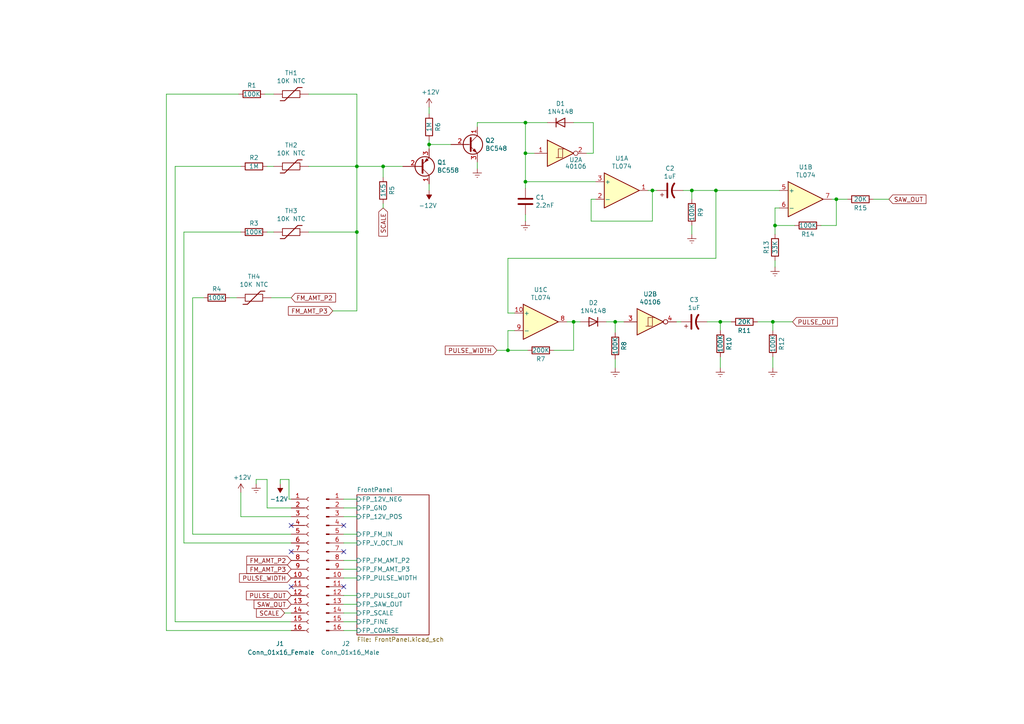
<source format=kicad_sch>
(kicad_sch (version 20211123) (generator eeschema)
  (paper "A4")
  (title_block (title "MiniOSC") (rev "1.0") (company "benjiaomodular"))
  (lib_symbols
    (symbol "4xxx:40106" (pin_names (offset 1.016))
      (property "Reference" "U" (at 0 1.27 0))
      (property "Value" "40106" (at 0 -1.27 0))
      (symbol "40106_1_0"
        (polyline (pts (xy -0.635 -1.27) (xy -0.635 1.27) (xy 0.635 1.27)))
        (polyline (pts (xy -3.81 3.81) (xy -3.81 -3.81) (xy 3.81 0) (xy -3.81 3.81)) (stroke (width 0.254)) (fill (type background)))
        (polyline (pts (xy -1.27 -1.27) (xy 0.635 -1.27) (xy 0.635 1.27) (xy 1.27 1.27)))
        (pin input line (at -7.62 0 0) (length 3.81) (name "~") (number "1"))
        (pin output inverted (at 7.62 0 180) (length 3.81) (name "~") (number "2"))
      )
      (symbol "40106_2_0"
        (polyline (pts (xy -0.635 -1.27) (xy -0.635 1.27) (xy 0.635 1.27)))
        (polyline (pts (xy -3.81 3.81) (xy -3.81 -3.81) (xy 3.81 0) (xy -3.81 3.81)) (stroke (width 0.254)) (fill (type background)))
        (polyline (pts (xy -1.27 -1.27) (xy 0.635 -1.27) (xy 0.635 1.27) (xy 1.27 1.27)))
        (pin input line (at -7.62 0 0) (length 3.81) (name "~") (number "3"))
        (pin output inverted (at 7.62 0 180) (length 3.81) (name "~") (number "4"))
      )
      (symbol "40106_3_0"
        (polyline (pts (xy -0.635 -1.27) (xy -0.635 1.27) (xy 0.635 1.27)))
        (polyline (pts (xy -3.81 3.81) (xy -3.81 -3.81) (xy 3.81 0) (xy -3.81 3.81)) (stroke (width 0.254)) (fill (type background)))
        (polyline (pts (xy -1.27 -1.27) (xy 0.635 -1.27) (xy 0.635 1.27) (xy 1.27 1.27)))
        (pin input line (at -7.62 0 0) (length 3.81) (name "~") (number "5"))
        (pin output inverted (at 7.62 0 180) (length 3.81) (name "~") (number "6"))
      )
      (symbol "40106_4_0"
        (polyline (pts (xy -0.635 -1.27) (xy -0.635 1.27) (xy 0.635 1.27)))
        (polyline (pts (xy -3.81 3.81) (xy -3.81 -3.81) (xy 3.81 0) (xy -3.81 3.81)) (stroke (width 0.254)) (fill (type background)))
        (polyline (pts (xy -1.27 -1.27) (xy 0.635 -1.27) (xy 0.635 1.27) (xy 1.27 1.27)))
        (pin output inverted (at 7.62 0 180) (length 3.81) (name "~") (number "8"))
        (pin input line (at -7.62 0 0) (length 3.81) (name "~") (number "9"))
      )
      (symbol "40106_5_0"
        (polyline (pts (xy -0.635 -1.27) (xy -0.635 1.27) (xy 0.635 1.27)))
        (polyline (pts (xy -3.81 3.81) (xy -3.81 -3.81) (xy 3.81 0) (xy -3.81 3.81)) (stroke (width 0.254)) (fill (type background)))
        (polyline (pts (xy -1.27 -1.27) (xy 0.635 -1.27) (xy 0.635 1.27) (xy 1.27 1.27)))
        (pin output inverted (at 7.62 0 180) (length 3.81) (name "~") (number "10"))
        (pin input line (at -7.62 0 0) (length 3.81) (name "~") (number "11"))
      )
      (symbol "40106_6_0"
        (polyline (pts (xy -0.635 -1.27) (xy -0.635 1.27) (xy 0.635 1.27)))
        (polyline (pts (xy -3.81 3.81) (xy -3.81 -3.81) (xy 3.81 0) (xy -3.81 3.81)) (stroke (width 0.254)) (fill (type background)))
        (polyline (pts (xy -1.27 -1.27) (xy 0.635 -1.27) (xy 0.635 1.27) (xy 1.27 1.27)))
        (pin output inverted (at 7.62 0 180) (length 3.81) (name "~") (number "12"))
        (pin input line (at -7.62 0 0) (length 3.81) (name "~") (number "13"))
      )
      (symbol "40106_7_0"
        (pin power_in line (at 0 12.7 270) (length 5.08) (name "VDD") (number "14"))
        (pin power_in line (at 0 -12.7 90) (length 5.08) (name "VSS") (number "7"))
      )
      (symbol "40106_7_1"
        (rectangle (start -5.08 7.62) (end 5.08 -7.62) (stroke (width 0.254)) (fill (type background)))
      )
    )
    (symbol "Amplifier_Operational:TL074" (pin_names (offset 0.127))
      (property "Reference" "U" (at 0 5.08 0))
      (property "Value" "TL074" (at 0 -5.08 0))
      (symbol "TL074_1_1"
        (polyline (pts (xy -5.08 5.08) (xy 5.08 0) (xy -5.08 -5.08) (xy -5.08 5.08)) (stroke (width 0.254)) (fill (type background)))
        (pin output line (at 7.62 0 180) (length 2.54) (name "~") (number "1"))
        (pin input line (at -7.62 -2.54 0) (length 2.54) (name "-") (number "2"))
        (pin input line (at -7.62 2.54 0) (length 2.54) (name "+") (number "3"))
      )
      (symbol "TL074_2_1"
        (polyline (pts (xy -5.08 5.08) (xy 5.08 0) (xy -5.08 -5.08) (xy -5.08 5.08)) (stroke (width 0.254)) (fill (type background)))
        (pin input line (at -7.62 2.54 0) (length 2.54) (name "+") (number "5"))
        (pin input line (at -7.62 -2.54 0) (length 2.54) (name "-") (number "6"))
        (pin output line (at 7.62 0 180) (length 2.54) (name "~") (number "7"))
      )
      (symbol "TL074_3_1"
        (polyline (pts (xy -5.08 5.08) (xy 5.08 0) (xy -5.08 -5.08) (xy -5.08 5.08)) (stroke (width 0.254)) (fill (type background)))
        (pin input line (at -7.62 2.54 0) (length 2.54) (name "+") (number "10"))
        (pin output line (at 7.62 0 180) (length 2.54) (name "~") (number "8"))
        (pin input line (at -7.62 -2.54 0) (length 2.54) (name "-") (number "9"))
      )
      (symbol "TL074_4_1"
        (polyline (pts (xy -5.08 5.08) (xy 5.08 0) (xy -5.08 -5.08) (xy -5.08 5.08)) (stroke (width 0.254)) (fill (type background)))
        (pin input line (at -7.62 2.54 0) (length 2.54) (name "+") (number "12"))
        (pin input line (at -7.62 -2.54 0) (length 2.54) (name "-") (number "13"))
        (pin output line (at 7.62 0 180) (length 2.54) (name "~") (number "14"))
      )
      (symbol "TL074_5_1"
        (pin power_in line (at -2.54 -7.62 90) (length 3.81) (name "V-") (number "11"))
        (pin power_in line (at -2.54 7.62 270) (length 3.81) (name "V+") (number "4"))
      )
    )
    (symbol "Connector:Conn_01x16_Female" (pin_names (offset 1.016) hide)
      (property "Reference" "J" (at 0 20.32 0))
      (property "Value" "Conn_01x16_Female" (at 0 -22.86 0))
      (symbol "Conn_01x16_Female_1_1"
        (arc (start 0 -19.812) (mid -0.508 -20.32) (end 0 -20.828) (stroke (width 0.1524)))
        (arc (start 0 -17.272) (mid -0.508 -17.78) (end 0 -18.288) (stroke (width 0.1524)))
        (arc (start 0 -14.732) (mid -0.508 -15.24) (end 0 -15.748) (stroke (width 0.1524)))
        (arc (start 0 -12.192) (mid -0.508 -12.7) (end 0 -13.208) (stroke (width 0.1524)))
        (arc (start 0 -9.652) (mid -0.508 -10.16) (end 0 -10.668) (stroke (width 0.1524)))
        (arc (start 0 -7.112) (mid -0.508 -7.62) (end 0 -8.128) (stroke (width 0.1524)))
        (arc (start 0 -4.572) (mid -0.508 -5.08) (end 0 -5.588) (stroke (width 0.1524)))
        (arc (start 0 -2.032) (mid -0.508 -2.54) (end 0 -3.048) (stroke (width 0.1524)))
        (polyline (pts (xy -1.27 -20.32) (xy -0.508 -20.32)) (stroke (width 0.1524)))
        (polyline (pts (xy -1.27 -17.78) (xy -0.508 -17.78)) (stroke (width 0.1524)))
        (polyline (pts (xy -1.27 -15.24) (xy -0.508 -15.24)) (stroke (width 0.1524)))
        (polyline (pts (xy -1.27 -12.7) (xy -0.508 -12.7)) (stroke (width 0.1524)))
        (polyline (pts (xy -1.27 -10.16) (xy -0.508 -10.16)) (stroke (width 0.1524)))
        (polyline (pts (xy -1.27 -7.62) (xy -0.508 -7.62)) (stroke (width 0.1524)))
        (polyline (pts (xy -1.27 -5.08) (xy -0.508 -5.08)) (stroke (width 0.1524)))
        (polyline (pts (xy -1.27 -2.54) (xy -0.508 -2.54)) (stroke (width 0.1524)))
        (polyline (pts (xy -1.27 0) (xy -0.508 0)) (stroke (width 0.1524)))
        (polyline (pts (xy -1.27 2.54) (xy -0.508 2.54)) (stroke (width 0.1524)))
        (polyline (pts (xy -1.27 5.08) (xy -0.508 5.08)) (stroke (width 0.1524)))
        (polyline (pts (xy -1.27 7.62) (xy -0.508 7.62)) (stroke (width 0.1524)))
        (polyline (pts (xy -1.27 10.16) (xy -0.508 10.16)) (stroke (width 0.1524)))
        (polyline (pts (xy -1.27 12.7) (xy -0.508 12.7)) (stroke (width 0.1524)))
        (polyline (pts (xy -1.27 15.24) (xy -0.508 15.24)) (stroke (width 0.1524)))
        (polyline (pts (xy -1.27 17.78) (xy -0.508 17.78)) (stroke (width 0.1524)))
        (arc (start 0 0.508) (mid -0.508 0) (end 0 -0.508) (stroke (width 0.1524)))
        (arc (start 0 3.048) (mid -0.508 2.54) (end 0 2.032) (stroke (width 0.1524)))
        (arc (start 0 5.588) (mid -0.508 5.08) (end 0 4.572) (stroke (width 0.1524)))
        (arc (start 0 8.128) (mid -0.508 7.62) (end 0 7.112) (stroke (width 0.1524)))
        (arc (start 0 10.668) (mid -0.508 10.16) (end 0 9.652) (stroke (width 0.1524)))
        (arc (start 0 13.208) (mid -0.508 12.7) (end 0 12.192) (stroke (width 0.1524)))
        (arc (start 0 15.748) (mid -0.508 15.24) (end 0 14.732) (stroke (width 0.1524)))
        (arc (start 0 18.288) (mid -0.508 17.78) (end 0 17.272) (stroke (width 0.1524)))
        (pin passive line (at -5.08 17.78 0) (length 3.81) (name "Pin_1") (number "1"))
        (pin passive line (at -5.08 -5.08 0) (length 3.81) (name "Pin_10") (number "10"))
        (pin passive line (at -5.08 -7.62 0) (length 3.81) (name "Pin_11") (number "11"))
        (pin passive line (at -5.08 -10.16 0) (length 3.81) (name "Pin_12") (number "12"))
        (pin passive line (at -5.08 -12.7 0) (length 3.81) (name "Pin_13") (number "13"))
        (pin passive line (at -5.08 -15.24 0) (length 3.81) (name "Pin_14") (number "14"))
        (pin passive line (at -5.08 -17.78 0) (length 3.81) (name "Pin_15") (number "15"))
        (pin passive line (at -5.08 -20.32 0) (length 3.81) (name "Pin_16") (number "16"))
        (pin passive line (at -5.08 15.24 0) (length 3.81) (name "Pin_2") (number "2"))
        (pin passive line (at -5.08 12.7 0) (length 3.81) (name "Pin_3") (number "3"))
        (pin passive line (at -5.08 10.16 0) (length 3.81) (name "Pin_4") (number "4"))
        (pin passive line (at -5.08 7.62 0) (length 3.81) (name "Pin_5") (number "5"))
        (pin passive line (at -5.08 5.08 0) (length 3.81) (name "Pin_6") (number "6"))
        (pin passive line (at -5.08 2.54 0) (length 3.81) (name "Pin_7") (number "7"))
        (pin passive line (at -5.08 0 0) (length 3.81) (name "Pin_8") (number "8"))
        (pin passive line (at -5.08 -2.54 0) (length 3.81) (name "Pin_9") (number "9"))
      )
    )
    (symbol "Connector:Conn_01x16_Male" (pin_names (offset 1.016) hide)
      (property "Reference" "J" (at 0 20.32 0))
      (property "Value" "Conn_01x16_Male" (at 0 -22.86 0))
      (symbol "Conn_01x16_Male_1_1"
        (polyline (pts (xy 1.27 -20.32) (xy 0.8636 -20.32)) (stroke (width 0.1524)))
        (polyline (pts (xy 1.27 -17.78) (xy 0.8636 -17.78)) (stroke (width 0.1524)))
        (polyline (pts (xy 1.27 -15.24) (xy 0.8636 -15.24)) (stroke (width 0.1524)))
        (polyline (pts (xy 1.27 -12.7) (xy 0.8636 -12.7)) (stroke (width 0.1524)))
        (polyline (pts (xy 1.27 -10.16) (xy 0.8636 -10.16)) (stroke (width 0.1524)))
        (polyline (pts (xy 1.27 -7.62) (xy 0.8636 -7.62)) (stroke (width 0.1524)))
        (polyline (pts (xy 1.27 -5.08) (xy 0.8636 -5.08)) (stroke (width 0.1524)))
        (polyline (pts (xy 1.27 -2.54) (xy 0.8636 -2.54)) (stroke (width 0.1524)))
        (polyline (pts (xy 1.27 0) (xy 0.8636 0)) (stroke (width 0.1524)))
        (polyline (pts (xy 1.27 2.54) (xy 0.8636 2.54)) (stroke (width 0.1524)))
        (polyline (pts (xy 1.27 5.08) (xy 0.8636 5.08)) (stroke (width 0.1524)))
        (polyline (pts (xy 1.27 7.62) (xy 0.8636 7.62)) (stroke (width 0.1524)))
        (polyline (pts (xy 1.27 10.16) (xy 0.8636 10.16)) (stroke (width 0.1524)))
        (polyline (pts (xy 1.27 12.7) (xy 0.8636 12.7)) (stroke (width 0.1524)))
        (polyline (pts (xy 1.27 15.24) (xy 0.8636 15.24)) (stroke (width 0.1524)))
        (polyline (pts (xy 1.27 17.78) (xy 0.8636 17.78)) (stroke (width 0.1524)))
        (rectangle (start 0.8636 -20.193) (end 0 -20.447) (stroke (width 0.1524)) (fill (type outline)))
        (rectangle (start 0.8636 -17.653) (end 0 -17.907) (stroke (width 0.1524)) (fill (type outline)))
        (rectangle (start 0.8636 -15.113) (end 0 -15.367) (stroke (width 0.1524)) (fill (type outline)))
        (rectangle (start 0.8636 -12.573) (end 0 -12.827) (stroke (width 0.1524)) (fill (type outline)))
        (rectangle (start 0.8636 -10.033) (end 0 -10.287) (stroke (width 0.1524)) (fill (type outline)))
        (rectangle (start 0.8636 -7.493) (end 0 -7.747) (stroke (width 0.1524)) (fill (type outline)))
        (rectangle (start 0.8636 -4.953) (end 0 -5.207) (stroke (width 0.1524)) (fill (type outline)))
        (rectangle (start 0.8636 -2.413) (end 0 -2.667) (stroke (width 0.1524)) (fill (type outline)))
        (rectangle (start 0.8636 0.127) (end 0 -0.127) (stroke (width 0.1524)) (fill (type outline)))
        (rectangle (start 0.8636 2.667) (end 0 2.413) (stroke (width 0.1524)) (fill (type outline)))
        (rectangle (start 0.8636 5.207) (end 0 4.953) (stroke (width 0.1524)) (fill (type outline)))
        (rectangle (start 0.8636 7.747) (end 0 7.493) (stroke (width 0.1524)) (fill (type outline)))
        (rectangle (start 0.8636 10.287) (end 0 10.033) (stroke (width 0.1524)) (fill (type outline)))
        (rectangle (start 0.8636 12.827) (end 0 12.573) (stroke (width 0.1524)) (fill (type outline)))
        (rectangle (start 0.8636 15.367) (end 0 15.113) (stroke (width 0.1524)) (fill (type outline)))
        (rectangle (start 0.8636 17.907) (end 0 17.653) (stroke (width 0.1524)) (fill (type outline)))
        (pin passive line (at 5.08 17.78 180) (length 3.81) (name "Pin_1") (number "1"))
        (pin passive line (at 5.08 -5.08 180) (length 3.81) (name "Pin_10") (number "10"))
        (pin passive line (at 5.08 -7.62 180) (length 3.81) (name "Pin_11") (number "11"))
        (pin passive line (at 5.08 -10.16 180) (length 3.81) (name "Pin_12") (number "12"))
        (pin passive line (at 5.08 -12.7 180) (length 3.81) (name "Pin_13") (number "13"))
        (pin passive line (at 5.08 -15.24 180) (length 3.81) (name "Pin_14") (number "14"))
        (pin passive line (at 5.08 -17.78 180) (length 3.81) (name "Pin_15") (number "15"))
        (pin passive line (at 5.08 -20.32 180) (length 3.81) (name "Pin_16") (number "16"))
        (pin passive line (at 5.08 15.24 180) (length 3.81) (name "Pin_2") (number "2"))
        (pin passive line (at 5.08 12.7 180) (length 3.81) (name "Pin_3") (number "3"))
        (pin passive line (at 5.08 10.16 180) (length 3.81) (name "Pin_4") (number "4"))
        (pin passive line (at 5.08 7.62 180) (length 3.81) (name "Pin_5") (number "5"))
        (pin passive line (at 5.08 5.08 180) (length 3.81) (name "Pin_6") (number "6"))
        (pin passive line (at 5.08 2.54 180) (length 3.81) (name "Pin_7") (number "7"))
        (pin passive line (at 5.08 0 180) (length 3.81) (name "Pin_8") (number "8"))
        (pin passive line (at 5.08 -2.54 180) (length 3.81) (name "Pin_9") (number "9"))
      )
    )
    (symbol "Device:C" (pin_numbers hide) (pin_names (offset 0.254))
      (property "Reference" "C" (at 0.635 2.54 0))
      (property "Value" "C" (at 0.635 -2.54 0))
      (symbol "C_0_1"
        (polyline (pts (xy -2.032 -0.762) (xy 2.032 -0.762)) (stroke (width 0.508)))
        (polyline (pts (xy -2.032 0.762) (xy 2.032 0.762)) (stroke (width 0.508)))
      )
      (symbol "C_1_1"
        (pin passive line (at 0 3.81 270) (length 2.794) (name "~") (number "1"))
        (pin passive line (at 0 -3.81 90) (length 2.794) (name "~") (number "2"))
      )
    )
    (symbol "Device:R" (pin_numbers hide) (pin_names (offset 0))
      (property "Reference" "R" (at 2.032 0 90))
      (property "Value" "R" (at 0 0 90))
      (symbol "R_0_1"
        (rectangle (start -1.016 -2.54) (end 1.016 2.54) (stroke (width 0.254)))
      )
      (symbol "R_1_1"
        (pin passive line (at 0 3.81 270) (length 1.27) (name "~") (number "1"))
        (pin passive line (at 0 -3.81 90) (length 1.27) (name "~") (number "2"))
      )
    )
    (symbol "Device:Thermistor" (pin_numbers hide) (pin_names (offset 0))
      (property "Reference" "TH" (at 2.54 1.27 90))
      (property "Value" "Thermistor" (at -2.54 0 90))
      (symbol "Thermistor_0_1"
        (rectangle (start -1.016 2.54) (end 1.016 -2.54) (stroke (width 0.2032)))
        (polyline (pts (xy -1.905 3.175) (xy -1.905 1.905) (xy 1.905 -1.905) (xy 1.905 -3.175) (xy 1.905 -3.175)) (stroke (width 0.254)))
      )
      (symbol "Thermistor_1_1"
        (pin passive line (at 0 5.08 270) (length 2.54) (name "~") (number "1"))
        (pin passive line (at 0 -5.08 90) (length 2.54) (name "~") (number "2"))
      )
    )
    (symbol "Diode:1N4148" (pin_numbers hide) (pin_names hide)
      (property "Reference" "D" (at 0 2.54 0))
      (property "Value" "1N4148" (at 0 -2.54 0))
      (symbol "1N4148_0_1"
        (polyline (pts (xy -1.27 1.27) (xy -1.27 -1.27)) (stroke (width 0.254)))
        (polyline (pts (xy 1.27 0) (xy -1.27 0)))
        (polyline (pts (xy 1.27 1.27) (xy 1.27 -1.27) (xy -1.27 0) (xy 1.27 1.27)) (stroke (width 0.254)))
      )
      (symbol "1N4148_1_1"
        (pin passive line (at -3.81 0 0) (length 2.54) (name "K") (number "1"))
        (pin passive line (at 3.81 0 180) (length 2.54) (name "A") (number "2"))
      )
    )
    (symbol "MiniOSC-rescue:CP1-Device" (pin_numbers hide) (pin_names (offset 0.254) hide)
      (property "Reference" "C" (at 0.635 2.54 0))
      (property "Value" "CP1-Device" (at 0.635 -2.54 0))
      (symbol "CP1-Device_0_1"
        (polyline (pts (xy -2.032 0.762) (xy 2.032 0.762)) (stroke (width 0.508)))
        (polyline (pts (xy -1.778 2.286) (xy -0.762 2.286)))
        (polyline (pts (xy -1.27 1.778) (xy -1.27 2.794)))
        (arc (start 2.032 -1.27) (mid 0 -0.5572) (end -2.032 -1.27) (stroke (width 0.508)))
      )
      (symbol "CP1-Device_1_1"
        (pin passive line (at 0 3.81 270) (length 2.794) (name "~") (number "1"))
        (pin passive line (at 0 -3.81 90) (length 3.302) (name "~") (number "2"))
      )
    )
    (symbol "Transistor_BJT:BC548" (pin_names (offset 0) hide)
      (property "Reference" "Q" (at 5.08 1.905 0))
      (property "Value" "BC548" (at 5.08 0 0))
      (symbol "BC548_0_1"
        (polyline (pts (xy 0 0) (xy 0.635 0)))
        (polyline (pts (xy 0.635 0.635) (xy 2.54 2.54)))
        (polyline (pts (xy 0.635 -0.635) (xy 2.54 -2.54) (xy 2.54 -2.54)))
        (polyline (pts (xy 0.635 1.905) (xy 0.635 -1.905) (xy 0.635 -1.905)) (stroke (width 0.508)))
        (polyline (pts (xy 1.27 -1.778) (xy 1.778 -1.27) (xy 2.286 -2.286) (xy 1.27 -1.778) (xy 1.27 -1.778)) (fill (type outline)))
        (circle (center 1.27 0) (radius 2.8194) (stroke (width 0.254)))
      )
      (symbol "BC548_1_1"
        (pin passive line (at 2.54 5.08 270) (length 2.54) (name "C") (number "1"))
        (pin input line (at -5.08 0 0) (length 5.08) (name "B") (number "2"))
        (pin passive line (at 2.54 -5.08 90) (length 2.54) (name "E") (number "3"))
      )
    )
    (symbol "Transistor_BJT:BC558" (pin_names (offset 0) hide)
      (property "Reference" "Q" (at 5.08 1.905 0))
      (property "Value" "BC558" (at 5.08 0 0))
      (symbol "BC558_0_1"
        (polyline (pts (xy 0.635 0.635) (xy 2.54 2.54)))
        (polyline (pts (xy 0.635 -0.635) (xy 2.54 -2.54) (xy 2.54 -2.54)))
        (polyline (pts (xy 0.635 1.905) (xy 0.635 -1.905) (xy 0.635 -1.905)) (stroke (width 0.508)))
        (polyline (pts (xy 2.286 -1.778) (xy 1.778 -2.286) (xy 1.27 -1.27) (xy 2.286 -1.778) (xy 2.286 -1.778)) (fill (type outline)))
        (circle (center 1.27 0) (radius 2.8194) (stroke (width 0.254)))
      )
      (symbol "BC558_1_1"
        (pin passive line (at 2.54 5.08 270) (length 2.54) (name "C") (number "1"))
        (pin input line (at -5.08 0 0) (length 5.715) (name "B") (number "2"))
        (pin passive line (at 2.54 -5.08 90) (length 2.54) (name "E") (number "3"))
      )
    )
    (symbol "power:+12V" (power) (pin_names (offset 0))
      (property "Value" "+12V" (at 0 3.556 0))
      (symbol "+12V_0_1"
        (polyline (pts (xy -0.762 1.27) (xy 0 2.54)))
        (polyline (pts (xy 0 0) (xy 0 2.54)))
        (polyline (pts (xy 0 2.54) (xy 0.762 1.27)))
      )
      (symbol "+12V_1_1"
        (pin power_in line (at 0 0 90) (length 0) hide (name "+12V") (number "1"))
      )
    )
    (symbol "power:-12V" (power) (pin_names (offset 0))
      (property "Value" "-12V" (at 0 3.81 0))
      (symbol "-12V_0_0"
        (pin power_in line (at 0 0 90) (length 0) hide (name "-12V") (number "1"))
      )
      (symbol "-12V_0_1"
        (polyline (pts (xy 0 0) (xy 0 1.27) (xy 0.762 1.27) (xy 0 2.54) (xy -0.762 1.27) (xy 0 1.27)) (fill (type outline)))
      )
    )
    (symbol "power:Earth" (power) (pin_names (offset 0))
      (symbol "Earth_0_1"
        (polyline (pts (xy -0.635 -1.905) (xy 0.635 -1.905)))
        (polyline (pts (xy -0.127 -2.54) (xy 0.127 -2.54)))
        (polyline (pts (xy 0 -1.27) (xy 0 0)))
        (polyline (pts (xy 1.27 -1.27) (xy -1.27 -1.27)))
      )
      (symbol "Earth_1_1"
        (pin power_in line (at 0 0 270) (length 0) hide (name "Earth") (number "1"))
      )
    )
  )
  (junction (at 124.46 41.91))
  (junction (at 207.645 55.245))
  (junction (at 103.505 48.26))
  (junction (at 166.37 93.345))
  (junction (at 111.125 48.26))
  (junction (at 178.435 93.345))
  (junction (at 152.4 35.56))
  (junction (at 208.915 93.345))
  (junction (at 152.4 44.45))
  (junction (at 152.4 52.705))
  (junction (at 103.505 67.31))
  (junction (at 200.66 55.245))
  (junction (at 147.32 101.6))
  (junction (at 189.23 55.245))
  (junction (at 242.57 57.785))
  (junction (at 224.79 65.405))
  (junction (at 224.155 93.345))
  (no_connect (at 84.455 160.02))
  (no_connect (at 84.455 152.4))
  (no_connect (at 99.695 152.4))
  (no_connect (at 99.695 170.18))
  (no_connect (at 84.455 170.18))
  (no_connect (at 99.695 160.02))
  (wire (pts (xy 78.74 86.36) (xy 84.455 86.36)))
  (wire (pts (xy 190.5 55.245) (xy 189.23 55.245)))
  (wire (pts (xy 111.125 48.26) (xy 116.84 48.26)))
  (wire (pts (xy 158.75 35.56) (xy 152.4 35.56)))
  (wire (pts (xy 241.3 57.785) (xy 242.57 57.785)))
  (wire (pts (xy 138.43 46.99) (xy 138.43 48.895)))
  (wire (pts (xy 53.34 67.31) (xy 53.34 157.48)))
  (wire (pts (xy 152.4 44.45) (xy 152.4 52.705)))
  (wire (pts (xy 224.155 95.885) (xy 224.155 93.345)))
  (wire (pts (xy 66.675 86.36) (xy 68.58 86.36)))
  (wire (pts (xy 152.4 35.56) (xy 152.4 44.45)))
  (wire (pts (xy 147.32 90.805) (xy 149.225 90.805)))
  (wire (pts (xy 84.455 180.34) (xy 50.8 180.34)))
  (wire (pts (xy 166.37 93.345) (xy 166.37 101.6)))
  (wire (pts (xy 96.52 90.17) (xy 103.505 90.17)))
  (wire (pts (xy 69.85 142.875) (xy 69.85 149.86)))
  (wire (pts (xy 48.26 182.88) (xy 84.455 182.88)))
  (wire (pts (xy 111.125 59.055) (xy 111.125 60.325)))
  (wire (pts (xy 53.34 157.48) (xy 84.455 157.48)))
  (wire (pts (xy 89.535 67.31) (xy 103.505 67.31)))
  (wire (pts (xy 147.32 95.885) (xy 149.225 95.885)))
  (wire (pts (xy 99.695 144.78) (xy 103.505 144.78)))
  (wire (pts (xy 224.155 103.505) (xy 224.155 106.68)))
  (wire (pts (xy 103.505 177.8) (xy 99.695 177.8)))
  (wire (pts (xy 111.125 48.26) (xy 111.125 51.435)))
  (wire (pts (xy 89.535 27.305) (xy 103.505 27.305)))
  (wire (pts (xy 99.695 147.32) (xy 103.505 147.32)))
  (wire (pts (xy 77.47 139.065) (xy 74.295 139.065)))
  (wire (pts (xy 55.88 154.94) (xy 84.455 154.94)))
  (wire (pts (xy 99.695 162.56) (xy 103.505 162.56)))
  (wire (pts (xy 103.505 175.26) (xy 99.695 175.26)))
  (wire (pts (xy 224.155 93.345) (xy 229.87 93.345)))
  (wire (pts (xy 103.505 182.88) (xy 99.695 182.88)))
  (wire (pts (xy 242.57 65.405) (xy 238.125 65.405)))
  (wire (pts (xy 147.32 74.93) (xy 147.32 90.805)))
  (wire (pts (xy 103.505 149.86) (xy 99.695 149.86)))
  (wire (pts (xy 208.915 103.505) (xy 208.915 106.68)))
  (wire (pts (xy 74.295 139.065) (xy 74.295 140.335)))
  (wire (pts (xy 153.035 101.6) (xy 147.32 101.6)))
  (wire (pts (xy 124.46 41.91) (xy 130.81 41.91)))
  (wire (pts (xy 89.535 48.26) (xy 103.505 48.26)))
  (wire (pts (xy 175.895 93.345) (xy 178.435 93.345)))
  (wire (pts (xy 200.66 65.405) (xy 200.66 67.945)))
  (wire (pts (xy 83.82 139.065) (xy 81.28 139.065)))
  (wire (pts (xy 208.915 93.345) (xy 212.09 93.345)))
  (wire (pts (xy 253.365 57.785) (xy 257.81 57.785)))
  (wire (pts (xy 198.12 55.245) (xy 200.66 55.245)))
  (wire (pts (xy 138.43 35.56) (xy 138.43 36.83)))
  (wire (pts (xy 226.06 60.325) (xy 224.79 60.325)))
  (wire (pts (xy 50.8 48.26) (xy 69.85 48.26)))
  (wire (pts (xy 230.505 65.405) (xy 224.79 65.405)))
  (wire (pts (xy 99.695 180.34) (xy 103.505 180.34)))
  (wire (pts (xy 200.66 55.245) (xy 200.66 57.785)))
  (wire (pts (xy 77.47 147.32) (xy 77.47 139.065)))
  (wire (pts (xy 99.695 172.72) (xy 103.505 172.72)))
  (wire (pts (xy 124.46 40.64) (xy 124.46 41.91)))
  (wire (pts (xy 207.645 74.93) (xy 147.32 74.93)))
  (wire (pts (xy 124.46 41.91) (xy 124.46 43.18)))
  (wire (pts (xy 172.72 52.705) (xy 152.4 52.705)))
  (wire (pts (xy 152.4 52.705) (xy 152.4 54.61)))
  (wire (pts (xy 205.105 93.345) (xy 208.915 93.345)))
  (wire (pts (xy 103.505 27.305) (xy 103.505 48.26)))
  (wire (pts (xy 178.435 93.345) (xy 178.435 96.52)))
  (wire (pts (xy 242.57 57.785) (xy 245.745 57.785)))
  (wire (pts (xy 207.645 55.245) (xy 207.645 74.93)))
  (wire (pts (xy 69.85 149.86) (xy 84.455 149.86)))
  (wire (pts (xy 124.46 53.34) (xy 124.46 55.245)))
  (wire (pts (xy 82.55 177.8) (xy 84.455 177.8)))
  (wire (pts (xy 69.215 27.305) (xy 48.26 27.305)))
  (wire (pts (xy 164.465 93.345) (xy 166.37 93.345)))
  (wire (pts (xy 77.47 67.31) (xy 79.375 67.31)))
  (wire (pts (xy 178.435 104.14) (xy 178.435 106.68)))
  (wire (pts (xy 172.085 44.45) (xy 170.18 44.45)))
  (wire (pts (xy 200.66 55.245) (xy 207.645 55.245)))
  (wire (pts (xy 81.28 139.065) (xy 81.28 140.335)))
  (wire (pts (xy 242.57 57.785) (xy 242.57 65.405)))
  (wire (pts (xy 197.485 93.345) (xy 196.215 93.345)))
  (wire (pts (xy 152.4 62.23) (xy 152.4 64.135)))
  (wire (pts (xy 83.82 144.78) (xy 83.82 139.065)))
  (wire (pts (xy 84.455 144.78) (xy 83.82 144.78)))
  (wire (pts (xy 224.79 75.565) (xy 224.79 77.47)))
  (wire (pts (xy 144.145 101.6) (xy 147.32 101.6)))
  (wire (pts (xy 103.505 67.31) (xy 103.505 90.17)))
  (wire (pts (xy 189.23 55.245) (xy 187.96 55.245)))
  (wire (pts (xy 152.4 35.56) (xy 138.43 35.56)))
  (wire (pts (xy 59.055 86.36) (xy 55.88 86.36)))
  (wire (pts (xy 124.46 31.115) (xy 124.46 33.02)))
  (wire (pts (xy 99.695 157.48) (xy 103.505 157.48)))
  (wire (pts (xy 69.85 67.31) (xy 53.34 67.31)))
  (wire (pts (xy 147.32 101.6) (xy 147.32 95.885)))
  (wire (pts (xy 48.26 27.305) (xy 48.26 182.88)))
  (wire (pts (xy 171.45 57.785) (xy 171.45 64.135)))
  (wire (pts (xy 152.4 44.45) (xy 154.94 44.45)))
  (wire (pts (xy 166.37 93.345) (xy 168.275 93.345)))
  (wire (pts (xy 166.37 101.6) (xy 160.655 101.6)))
  (wire (pts (xy 103.505 48.26) (xy 103.505 67.31)))
  (wire (pts (xy 224.79 65.405) (xy 224.79 67.945)))
  (wire (pts (xy 99.695 167.64) (xy 103.505 167.64)))
  (wire (pts (xy 84.455 147.32) (xy 77.47 147.32)))
  (wire (pts (xy 55.88 86.36) (xy 55.88 154.94)))
  (wire (pts (xy 50.8 180.34) (xy 50.8 48.26)))
  (wire (pts (xy 103.505 165.1) (xy 99.695 165.1)))
  (wire (pts (xy 166.37 35.56) (xy 172.085 35.56)))
  (wire (pts (xy 172.085 35.56) (xy 172.085 44.45)))
  (wire (pts (xy 172.72 57.785) (xy 171.45 57.785)))
  (wire (pts (xy 207.645 55.245) (xy 226.06 55.245)))
  (wire (pts (xy 178.435 93.345) (xy 180.975 93.345)))
  (wire (pts (xy 77.47 48.26) (xy 79.375 48.26)))
  (wire (pts (xy 219.71 93.345) (xy 224.155 93.345)))
  (wire (pts (xy 79.375 27.305) (xy 76.835 27.305)))
  (wire (pts (xy 189.23 64.135) (xy 189.23 55.245)))
  (wire (pts (xy 171.45 64.135) (xy 189.23 64.135)))
  (wire (pts (xy 103.505 48.26) (xy 111.125 48.26)))
  (wire (pts (xy 99.695 154.94) (xy 103.505 154.94)))
  (wire (pts (xy 208.915 93.345) (xy 208.915 95.885)))
  (wire (pts (xy 224.79 60.325) (xy 224.79 65.405)))
  (global_label "SAW_OUT" (shape input) (at 257.81 57.785 0) (property "Intersheet References" "${INTERSHEET_REFS}" (effects hide)))
  (global_label "PULSE_WIDTH" (shape input) (at 144.145 101.6 180) (property "Intersheet References" "${INTERSHEET_REFS}" (effects hide)))
  (global_label "SAW_OUT" (shape input) (at 84.455 175.26 180) (property "Intersheet References" "${INTERSHEET_REFS}" (effects hide)))
  (global_label "PULSE_OUT" (shape input) (at 229.87 93.345 0) (property "Intersheet References" "${INTERSHEET_REFS}" (effects hide)))
  (global_label "SCALE" (shape input) (at 111.125 60.325 270) (property "Intersheet References" "${INTERSHEET_REFS}" (effects hide)))
  (global_label "FM_AMT_P3" (shape input) (at 96.52 90.17 180) (property "Intersheet References" "${INTERSHEET_REFS}" (effects hide)))
  (global_label "PULSE_WIDTH" (shape input) (at 84.455 167.64 180) (property "Intersheet References" "${INTERSHEET_REFS}" (effects hide)))
  (global_label "FM_AMT_P2" (shape input) (at 84.455 162.56 180) (property "Intersheet References" "${INTERSHEET_REFS}" (effects hide)))
  (global_label "PULSE_OUT" (shape input) (at 84.455 172.72 180) (property "Intersheet References" "${INTERSHEET_REFS}" (effects hide)))
  (global_label "FM_AMT_P2" (shape input) (at 84.455 86.36 0) (property "Intersheet References" "${INTERSHEET_REFS}" (effects hide)))
  (global_label "FM_AMT_P3" (shape input) (at 84.455 165.1 180) (property "Intersheet References" "${INTERSHEET_REFS}" (effects hide)))
  (global_label "SCALE" (shape input) (at 82.55 177.8 180) (property "Intersheet References" "${INTERSHEET_REFS}" (effects hide)))
  (symbol (lib_id "Device:R") (at 73.025 27.305 270) (unit 1)
    (property "Reference" "R1" (at 73.025 24.765 90))
    (property "Value" "100K" (at 73.025 27.305 90))
    (property "Footprint" "Resistor_THT:R_Axial_DIN0207_L6.3mm_D2.5mm_P7.62mm_Horizontal" (effects hide))
  )
  (symbol (lib_id "Device:R") (at 73.66 48.26 270) (unit 1)
    (property "Reference" "R2" (at 73.66 45.72 90))
    (property "Value" "1M" (at 73.66 48.26 90))
    (property "Footprint" "Resistor_THT:R_Axial_DIN0207_L6.3mm_D2.5mm_P7.62mm_Horizontal" (effects hide))
  )
  (symbol (lib_id "Device:R") (at 73.66 67.31 270) (unit 1)
    (property "Reference" "R3" (at 73.66 64.77 90))
    (property "Value" "100K" (at 73.66 67.31 90))
    (property "Footprint" "Resistor_THT:R_Axial_DIN0207_L6.3mm_D2.5mm_P7.62mm_Horizontal" (effects hide))
  )
  (symbol (lib_id "Device:R") (at 62.865 86.36 270) (unit 1)
    (property "Reference" "R4" (at 62.865 83.82 90))
    (property "Value" "100K" (at 62.865 86.36 90))
    (property "Footprint" "Resistor_THT:R_Axial_DIN0207_L6.3mm_D2.5mm_P7.62mm_Horizontal" (effects hide))
  )
  (symbol (lib_id "Device:Thermistor") (at 73.66 86.36 270) (unit 1)
    (property "Reference" "TH4" (at 73.66 80.2132 90))
    (property "Value" "10K NTC" (at 73.66 82.5246 90))
    (property "Footprint" "Capacitor_THT:C_Disc_D3.8mm_W2.6mm_P2.50mm" (effects hide))
  )
  (symbol (lib_id "Device:Thermistor") (at 84.455 67.31 270) (unit 1)
    (property "Reference" "TH3" (at 84.455 61.1632 90))
    (property "Value" "10K NTC" (at 84.455 63.4746 90))
    (property "Footprint" "Capacitor_THT:C_Disc_D3.8mm_W2.6mm_P2.50mm" (effects hide))
  )
  (symbol (lib_id "Device:Thermistor") (at 84.455 48.26 270) (unit 1)
    (property "Reference" "TH2" (at 84.455 42.1132 90))
    (property "Value" "10K NTC" (at 84.455 44.4246 90))
    (property "Footprint" "Capacitor_THT:C_Disc_D3.8mm_W2.6mm_P2.50mm" (effects hide))
  )
  (symbol (lib_id "Device:Thermistor") (at 84.455 27.305 270) (unit 1)
    (property "Reference" "TH1" (at 84.455 21.1582 90))
    (property "Value" "10K NTC" (at 84.455 23.4696 90))
    (property "Footprint" "Capacitor_THT:C_Disc_D3.8mm_W2.6mm_P2.50mm" (effects hide))
  )
  (symbol (lib_id "Device:R") (at 111.125 55.245 180) (unit 1)
    (property "Reference" "R5" (at 113.665 55.245 90))
    (property "Value" "1K5" (at 111.125 55.245 90))
    (property "Footprint" "Resistor_THT:R_Axial_DIN0207_L6.3mm_D2.5mm_P7.62mm_Horizontal" (effects hide))
  )
  (symbol (lib_id "Transistor_BJT:BC558") (at 121.92 48.26 0) (mirror x) (unit 1)
    (property "Reference" "Q1" (at 126.7714 47.0916 0) (effects (justify left)))
    (property "Value" "BC558" (at 126.7714 49.403 0) (effects (justify left)))
    (property "Footprint" "Package_TO_SOT_THT:TO-92_Inline" (effects hide))
    (property "Datasheet" "https://www.onsemi.com/pub/Collateral/BC556BTA-D.pdf" (effects hide))
  )
  (symbol (lib_id "Transistor_BJT:BC548") (at 135.89 41.91 0) (unit 1)
    (property "Reference" "Q2" (at 140.7414 40.7416 0) (effects (justify left)))
    (property "Value" "BC548" (at 140.7414 43.053 0) (effects (justify left)))
    (property "Footprint" "Package_TO_SOT_THT:TO-92_Inline" (effects hide))
    (property "Datasheet" "https://www.onsemi.com/pub/Collateral/BC550-D.pdf" (effects hide))
  )
  (symbol (lib_id "power:-12V") (at 124.46 55.245 180) (unit 1)
    (property "Reference" "#PWR05" (effects hide))
    (property "Value" "-12V" (at 124.079 59.6392 0))
  )
  (symbol (lib_id "power:+12V") (at 124.46 31.115 0) (unit 1)
    (property "Reference" "#PWR04" (effects hide))
    (property "Value" "+12V" (at 124.841 26.7208 0))
  )
  (symbol (lib_id "Device:R") (at 124.46 36.83 180) (unit 1)
    (property "Reference" "R6" (at 127 36.83 90))
    (property "Value" "1M" (at 124.46 36.83 90))
    (property "Footprint" "Resistor_THT:R_Axial_DIN0207_L6.3mm_D2.5mm_P7.62mm_Horizontal" (effects hide))
  )
  (symbol (lib_id "power:Earth") (at 138.43 48.895 0) (unit 1)
    (property "Reference" "#PWR06" (effects hide))
    (property "Value" "Earth" (effects hide))
  )
  (symbol (lib_id "4xxx:40106") (at 162.56 44.45 0) (unit 1)
    (property "Reference" "U2" (at 167.005 46.355 0))
    (property "Value" "40106" (at 167.005 48.26 0))
    (property "Footprint" "Package_DIP:DIP-14_W7.62mm_Socket" (effects hide))
    (property "Datasheet" "https://assets.nexperia.com/documents/data-sheet/HEF40106B.pdf" (effects hide))
  )
  (symbol (lib_id "4xxx:40106") (at 188.595 93.345 0) (unit 2)
    (property "Reference" "U2" (at 188.595 85.2932 0))
    (property "Value" "40106" (at 188.595 87.6046 0))
    (property "Footprint" "Package_DIP:DIP-14_W7.62mm_Socket" (effects hide))
    (property "Datasheet" "https://assets.nexperia.com/documents/data-sheet/HEF40106B.pdf" (effects hide))
  )
  (symbol (lib_id "Diode:1N4148") (at 162.56 35.56 0) (unit 1)
    (property "Reference" "D1" (at 162.56 30.0482 0))
    (property "Value" "1N4148" (at 162.56 32.3596 0))
    (property "Footprint" "Diode_THT:D_DO-35_SOD27_P7.62mm_Horizontal" (effects hide))
    (property "Datasheet" "https://assets.nexperia.com/documents/data-sheet/1N4148_1N4448.pdf" (effects hide))
  )
  (symbol (lib_id "Device:C") (at 152.4 58.42 0) (unit 1)
    (property "Reference" "C1" (at 155.321 57.2516 0) (effects (justify left)))
    (property "Value" "2.2nF" (at 155.321 59.563 0) (effects (justify left)))
    (property "Footprint" "Capacitor_THT:C_Rect_L7.2mm_W2.5mm_P5.00mm_FKS2_FKP2_MKS2_MKP2" (effects hide))
  )
  (symbol (lib_id "power:Earth") (at 152.4 64.135 0) (unit 1)
    (property "Reference" "#PWR08" (effects hide))
    (property "Value" "Earth" (effects hide))
  )
  (symbol (lib_id "Connector:Conn_01x16_Female") (at 89.535 162.56 0) (unit 1)
    (property "Reference" "J1" (at 80.01 186.69 0) (effects (justify left)))
    (property "Value" "Conn_01x16_Female" (at 71.755 189.23 0) (effects (justify left)))
    (property "Footprint" "Connector_PinHeader_2.54mm:PinHeader_1x16_P2.54mm_Vertical" (effects hide))
  )
  (symbol (lib_id "Connector:Conn_01x16_Male") (at 94.615 162.56 0) (unit 1)
    (property "Reference" "J2" (at 100.33 186.69 0))
    (property "Value" "Conn_01x16_Male" (at 101.6 189.23 0))
    (property "Footprint" "Connector_PinHeader_2.54mm:PinHeader_1x16_P2.54mm_Vertical" (effects hide))
  )
  (symbol (lib_id "Amplifier_Operational:TL074") (at 180.34 55.245 0) (unit 1)
    (property "Reference" "U1" (at 180.34 45.9232 0))
    (property "Value" "TL074" (at 180.34 48.2346 0))
    (property "Footprint" "Package_DIP:DIP-14_W7.62mm_Socket" (effects hide))
    (property "Datasheet" "https://assets.nexperia.com/documents/data-sheet/HEF40106B.pdf" (effects hide))
  )
  (symbol (lib_id "Amplifier_Operational:TL074") (at 233.68 57.785 0) (unit 2)
    (property "Reference" "U1" (at 233.68 48.4632 0))
    (property "Value" "TL074" (at 233.68 50.7746 0))
    (property "Footprint" "Package_DIP:DIP-14_W7.62mm_Socket" (effects hide))
    (property "Datasheet" "https://assets.nexperia.com/documents/data-sheet/HEF40106B.pdf" (effects hide))
  )
  (symbol (lib_id "Amplifier_Operational:TL074") (at 156.845 93.345 0) (unit 3)
    (property "Reference" "U1" (at 156.845 84.0232 0))
    (property "Value" "TL074" (at 156.845 86.3346 0))
    (property "Footprint" "Package_DIP:DIP-14_W7.62mm_Socket" (effects hide))
    (property "Datasheet" "https://assets.nexperia.com/documents/data-sheet/HEF40106B.pdf" (effects hide))
  )
  (symbol (lib_id "MiniOSC-rescue:CP1-Device") (at 194.31 55.245 90) (unit 1)
    (property "Reference" "C2" (at 194.31 48.8442 90))
    (property "Value" "1uF" (at 194.31 51.1556 90))
    (property "Footprint" "Capacitor_THT:CP_Radial_D5.0mm_P2.50mm" (effects hide))
  )
  (symbol (lib_id "Device:R") (at 200.66 61.595 180) (unit 1)
    (property "Reference" "R9" (at 203.2 61.595 90))
    (property "Value" "100K" (at 200.66 61.595 90))
    (property "Footprint" "Resistor_THT:R_Axial_DIN0207_L6.3mm_D2.5mm_P7.62mm_Horizontal" (effects hide))
  )
  (symbol (lib_id "power:Earth") (at 200.66 67.945 0) (unit 1)
    (property "Reference" "#PWR010" (effects hide))
    (property "Value" "Earth" (effects hide))
  )
  (symbol (lib_id "Device:R") (at 234.315 65.405 90) (unit 1)
    (property "Reference" "R14" (at 234.315 67.945 90))
    (property "Value" "100K" (at 234.315 65.405 90))
    (property "Footprint" "Resistor_THT:R_Axial_DIN0207_L6.3mm_D2.5mm_P7.62mm_Horizontal" (effects hide))
  )
  (symbol (lib_id "Device:R") (at 224.79 71.755 0) (unit 1)
    (property "Reference" "R13" (at 222.25 71.755 90))
    (property "Value" "33K" (at 224.79 71.755 90))
    (property "Footprint" "Resistor_THT:R_Axial_DIN0207_L6.3mm_D2.5mm_P7.62mm_Horizontal" (effects hide))
  )
  (symbol (lib_id "power:Earth") (at 224.79 77.47 0) (unit 1)
    (property "Reference" "#PWR013" (effects hide))
    (property "Value" "Earth" (effects hide))
  )
  (symbol (lib_id "Device:R") (at 249.555 57.785 90) (unit 1)
    (property "Reference" "R15" (at 249.555 60.325 90))
    (property "Value" "20K" (at 249.555 57.785 90))
    (property "Footprint" "Resistor_THT:R_Axial_DIN0207_L6.3mm_D2.5mm_P7.62mm_Horizontal" (effects hide))
  )
  (symbol (lib_id "Device:R") (at 156.845 101.6 90) (unit 1)
    (property "Reference" "R7" (at 156.845 104.14 90))
    (property "Value" "200K" (at 156.845 101.6 90))
    (property "Footprint" "Resistor_THT:R_Axial_DIN0207_L6.3mm_D2.5mm_P7.62mm_Horizontal" (effects hide))
  )
  (symbol (lib_id "Diode:1N4148") (at 172.085 93.345 180) (unit 1)
    (property "Reference" "D2" (at 172.085 87.8332 0))
    (property "Value" "1N4148" (at 172.085 90.1446 0))
    (property "Footprint" "Diode_THT:D_DO-35_SOD27_P7.62mm_Horizontal" (effects hide))
    (property "Datasheet" "https://assets.nexperia.com/documents/data-sheet/1N4148_1N4448.pdf" (effects hide))
  )
  (symbol (lib_id "Device:R") (at 178.435 100.33 180) (unit 1)
    (property "Reference" "R8" (at 180.975 100.33 90))
    (property "Value" "100K" (at 178.435 100.33 90))
    (property "Footprint" "Resistor_THT:R_Axial_DIN0207_L6.3mm_D2.5mm_P7.62mm_Horizontal" (effects hide))
  )
  (symbol (lib_id "power:Earth") (at 178.435 106.68 0) (unit 1)
    (property "Reference" "#PWR09" (effects hide))
    (property "Value" "Earth" (effects hide))
  )
  (symbol (lib_id "MiniOSC-rescue:CP1-Device") (at 201.295 93.345 90) (unit 1)
    (property "Reference" "C3" (at 201.295 86.9442 90))
    (property "Value" "1uF" (at 201.295 89.2556 90))
    (property "Footprint" "Capacitor_THT:CP_Radial_D5.0mm_P2.50mm" (effects hide))
  )
  (symbol (lib_id "Device:R") (at 208.915 99.695 180) (unit 1)
    (property "Reference" "R10" (at 211.455 99.695 90))
    (property "Value" "100K" (at 208.915 99.695 90))
    (property "Footprint" "Resistor_THT:R_Axial_DIN0207_L6.3mm_D2.5mm_P7.62mm_Horizontal" (effects hide))
  )
  (symbol (lib_id "Device:R") (at 215.9 93.345 90) (unit 1)
    (property "Reference" "R11" (at 215.9 95.885 90))
    (property "Value" "20K" (at 215.9 93.345 90))
    (property "Footprint" "Resistor_THT:R_Axial_DIN0207_L6.3mm_D2.5mm_P7.62mm_Horizontal" (effects hide))
  )
  (symbol (lib_id "Device:R") (at 224.155 99.695 180) (unit 1)
    (property "Reference" "R12" (at 226.695 99.695 90))
    (property "Value" "100K" (at 224.155 99.695 90))
    (property "Footprint" "Resistor_THT:R_Axial_DIN0207_L6.3mm_D2.5mm_P7.62mm_Horizontal" (effects hide))
  )
  (symbol (lib_id "power:Earth") (at 224.155 106.68 0) (unit 1)
    (property "Reference" "#PWR012" (effects hide))
    (property "Value" "Earth" (effects hide))
  )
  (symbol (lib_id "power:Earth") (at 208.915 106.68 0) (unit 1)
    (property "Reference" "#PWR011" (effects hide))
    (property "Value" "Earth" (effects hide))
  )
  (symbol (lib_id "power:-12V") (at 81.28 140.335 180) (unit 1)
    (property "Reference" "#PWR03" (effects hide))
    (property "Value" "-12V" (at 80.899 144.7292 0))
  )
  (symbol (lib_id "power:+12V") (at 69.85 142.875 0) (unit 1)
    (property "Reference" "#PWR01" (effects hide))
    (property "Value" "+12V" (at 70.231 138.4808 0))
  )
  (symbol (lib_id "power:Earth") (at 74.295 140.335 0) (unit 1)
    (property "Reference" "#PWR02" (effects hide))
    (property "Value" "Earth" (effects hide))
  )
  (sheet (at 103.505 143.51) (size 20.955 40.64)
    (property "Sheet name" "FrontPanel" (at 103.505 142.7984 0) (effects (justify left bottom)))
    (property "Sheet file" "FrontPanel.kicad_sch" (at 103.505 184.7346 0) (effects (justify left top)))
    (pin "FP_12V_POS" input (at 103.505 149.86 180))
    (pin "FP_12V_NEG" input (at 103.505 144.78 180))
    (pin "FP_GND" input (at 103.505 147.32 180))
    (pin "FP_COARSE" input (at 103.505 182.88 180))
    (pin "FP_FINE" input (at 103.505 180.34 180))
    (pin "FP_PULSE_WIDTH" input (at 103.505 167.64 180))
    (pin "FP_SCALE" input (at 103.505 177.8 180))
    (pin "FP_V_OCT_IN" input (at 103.505 157.48 180))
    (pin "FP_FM_IN" input (at 103.505 154.94 180))
    (pin "FP_FM_AMT_P2" input (at 103.505 162.56 180))
    (pin "FP_FM_AMT_P3" input (at 103.505 165.1 180))
    (pin "FP_PULSE_OUT" input (at 103.505 172.72 180))
    (pin "FP_SAW_OUT" input (at 103.505 175.26 180))
  )
  (sheet (at 264.795 218.44) (size 32.385 29.21)
    (property "Sheet name" "Power" (at 264.795 217.7284 0) (effects (justify left bottom)))
    (property "Sheet file" "Power.kicad_sch" (at 264.795 248.2346 0) (effects (justify left top)))
  )
  (sheet (at 224.79 218.44) (size 27.305 30.48)
    (property "Sheet name" "Unused" (at 224.79 217.7284 0) (effects (justify left bottom)))
    (property "Sheet file" "Unused.kicad_sch" (at 224.79 249.5046 0) (effects (justify left top)))
  )
)
</source>
